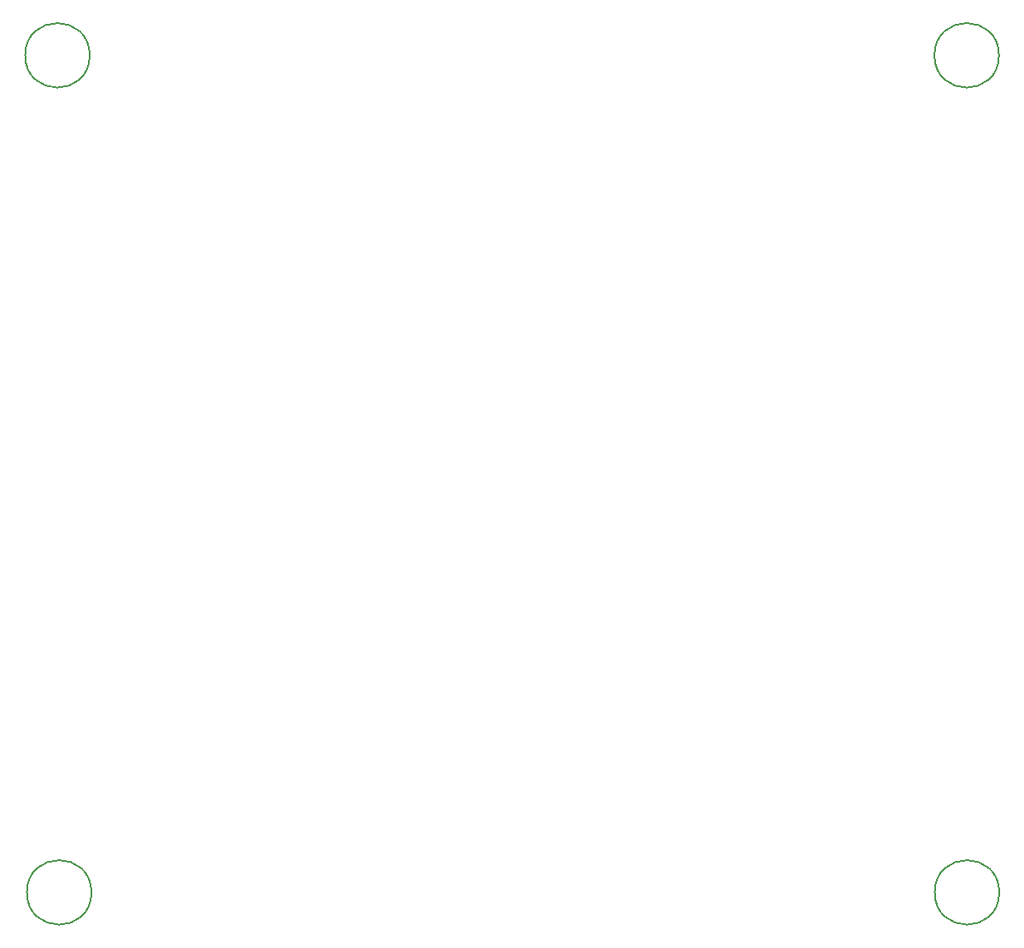
<source format=gbr>
%TF.GenerationSoftware,KiCad,Pcbnew,(5.1.12)-1*%
%TF.CreationDate,2022-03-11T14:49:08+01:00*%
%TF.ProjectId,ESP_S3-CP-24_Platform,4553505f-5333-42d4-9350-2d32345f506c,R0.8*%
%TF.SameCoordinates,Original*%
%TF.FileFunction,Other,Comment*%
%FSLAX46Y46*%
G04 Gerber Fmt 4.6, Leading zero omitted, Abs format (unit mm)*
G04 Created by KiCad (PCBNEW (5.1.12)-1) date 2022-03-11 14:49:08*
%MOMM*%
%LPD*%
G01*
G04 APERTURE LIST*
%ADD10C,0.150000*%
G04 APERTURE END LIST*
D10*
%TO.C,H1*%
X171137000Y-205359000D02*
G75*
G03*
X171137000Y-205359000I-3200000J0D01*
G01*
%TO.C,H2*%
X261137000Y-205359000D02*
G75*
G03*
X261137000Y-205359000I-3200000J0D01*
G01*
%TO.C,H3*%
X261110000Y-122301000D02*
G75*
G03*
X261110000Y-122301000I-3200000J0D01*
G01*
%TO.C,H4*%
X170967000Y-122301000D02*
G75*
G03*
X170967000Y-122301000I-3200000J0D01*
G01*
%TD*%
M02*

</source>
